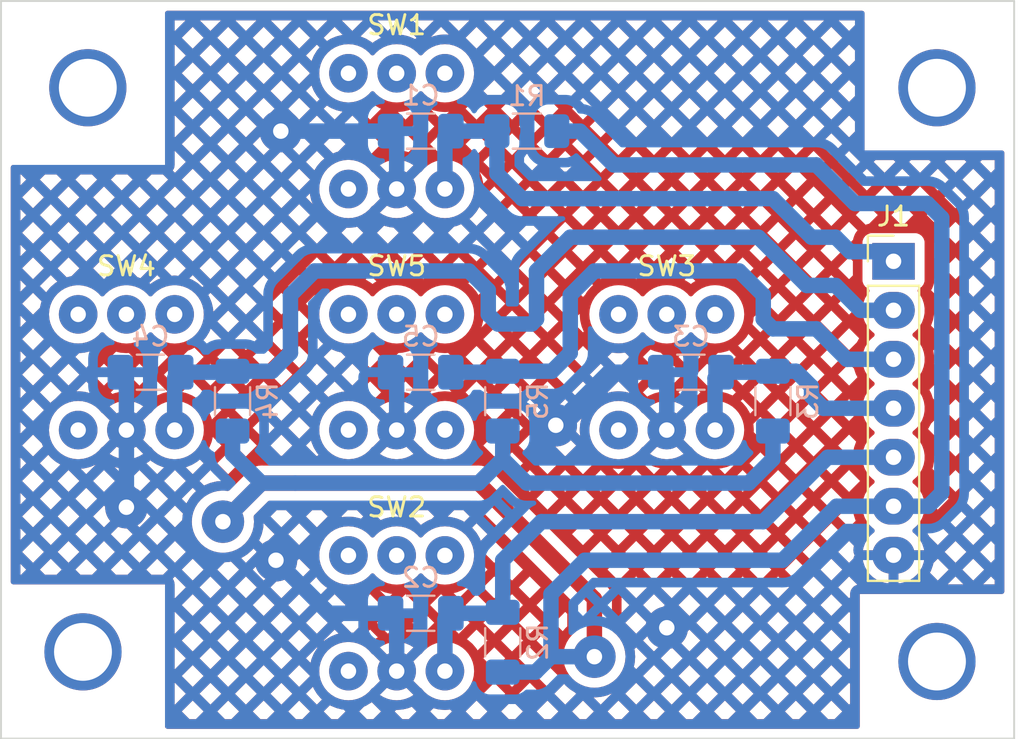
<source format=kicad_pcb>
(kicad_pcb (version 20211014) (generator pcbnew)
  (layers (0 "F.Cu" signal) (31 "B.Cu" signal) (34 "B.Paste" user) (35 "F.Paste" user) (36 "B.SilkS" user "B.Silkscreen") (37 "F.SilkS" user "F.Silkscreen") (38 "B.Mask" user) (39 "F.Mask" user) (44 "Edge.Cuts" user))
  (net 0 "")
  (net 1 "GND")
  (net 2 "Net-(C2-Pad1)")
  (net 3 "Net-(C3-Pad1)")
  (net 4 "Net-(C4-Pad1)")
  (net 5 "Net-(C5-Pad1)")
  (net 6 "+3V3")
  (net 27 "Net-(J1-Pad1)")
  (footprint "quaz_btn_part:BTN13" (layer "F.Cu") (at 159.004 90)
    (fp_text reference "SW2" (at 0 -5.5 unlocked) (layer "F.SilkS"))
    (fp_text value "DOWN")
    (pad "1" thru_hole circle (at -2.5 3) (size 2 2) (drill 0.8) (layers *.Cu *.Mask))
    (pad "2" thru_hole circle (at 2.5 3) (size 2 2) (drill 0.8) (layers *.Cu *.Mask) (net 2 "Net-(C2-Pad1)"))
    (pad "3" thru_hole circle (at 0 3) (size 2 2) (drill 0.8) (layers *.Cu *.Mask) (net 1 "GND"))
    (pad "4" thru_hole circle (at 2.5 -3) (size 2 2) (drill 0.8) (layers *.Cu *.Mask))
    (pad "5" thru_hole circle (at -2.5 -3) (size 2 2) (drill 0.8) (layers *.Cu *.Mask))
    (pad "6" thru_hole circle (at 0 -3) (size 2 2) (drill 0.8) (layers *.Cu *.Mask))
  )
  (footprint "quaz_btn_part:BTN13" (layer "F.Cu") (at 145 77.5)
    (fp_text reference "SW4" (at 0 -5.5 unlocked) (layer "F.SilkS"))
    (fp_text value "DEC")
    (pad "1" thru_hole circle (at -2.5 3) (size 2 2) (drill 0.8) (layers *.Cu *.Mask))
    (pad "2" thru_hole circle (at 2.5 3) (size 2 2) (drill 0.8) (layers *.Cu *.Mask) (net 4 "Net-(C4-Pad1)"))
    (pad "3" thru_hole circle (at 0 3) (size 2 2) (drill 0.8) (layers *.Cu *.Mask) (net 1 "GND"))
    (pad "4" thru_hole circle (at 2.5 -3) (size 2 2) (drill 0.8) (layers *.Cu *.Mask))
    (pad "5" thru_hole circle (at -2.5 -3) (size 2 2) (drill 0.8) (layers *.Cu *.Mask))
    (pad "6" thru_hole circle (at 0 -3) (size 2 2) (drill 0.8) (layers *.Cu *.Mask))
  )
  (footprint "quaz_btn_part:BTN13" (layer "F.Cu") (at 159.004 65)
    (fp_text reference "SW1" (at 0 -5.5 unlocked) (layer "F.SilkS"))
    (fp_text value "UP")
    (pad "1" thru_hole circle (at -2.5 3) (size 2 2) (drill 0.8) (layers *.Cu *.Mask))
    (pad "2" thru_hole circle (at 2.5 3) (size 2 2) (drill 0.8) (layers *.Cu *.Mask) (net 27 "Net-(J1-Pad1)"))
    (pad "3" thru_hole circle (at 0 3) (size 2 2) (drill 0.8) (layers *.Cu *.Mask) (net 1 "GND"))
    (pad "4" thru_hole circle (at 2.5 -3) (size 2 2) (drill 0.8) (layers *.Cu *.Mask))
    (pad "5" thru_hole circle (at -2.5 -3) (size 2 2) (drill 0.8) (layers *.Cu *.Mask))
    (pad "6" thru_hole circle (at 0 -3) (size 2 2) (drill 0.8) (layers *.Cu *.Mask))
  )
  (footprint "quaz_btn_part:BTN13" (layer "F.Cu") (at 173 77.5)
    (fp_text reference "SW3" (at 0 -5.5 unlocked) (layer "F.SilkS"))
    (fp_text value "INC")
    (pad "1" thru_hole circle (at -2.5 3) (size 2 2) (drill 0.8) (layers *.Cu *.Mask))
    (pad "2" thru_hole circle (at 2.5 3) (size 2 2) (drill 0.8) (layers *.Cu *.Mask) (net 3 "Net-(C3-Pad1)"))
    (pad "3" thru_hole circle (at 0 3) (size 2 2) (drill 0.8) (layers *.Cu *.Mask) (net 1 "GND"))
    (pad "4" thru_hole circle (at 2.5 -3) (size 2 2) (drill 0.8) (layers *.Cu *.Mask))
    (pad "5" thru_hole circle (at -2.5 -3) (size 2 2) (drill 0.8) (layers *.Cu *.Mask))
    (pad "6" thru_hole circle (at 0 -3) (size 2 2) (drill 0.8) (layers *.Cu *.Mask))
  )
  (footprint "Connector_PinHeader_2.54mm:PinHeader_1x07_P2.54mm_Vertical" (layer "F.Cu") (at 184.75 71.75)
    (fp_text reference "J1" (at 0 -2.33) (layer "F.SilkS"))
    (fp_text value "Conn_01x07_Male")
    (fp_line (start 1.33 1.27) (end 1.33 16.57) (layer "F.SilkS") (width 0.12))
    (fp_line (start -1.33 -1.33) (end 0 -1.33) (layer "F.SilkS") (width 0.12))
    (fp_line (start -1.33 0) (end -1.33 -1.33) (layer "F.SilkS") (width 0.12))
    (fp_line (start -1.33 1.27) (end 1.33 1.27) (layer "F.SilkS") (width 0.12))
    (fp_line (start -1.33 16.57) (end 1.33 16.57) (layer "F.SilkS") (width 0.12))
    (fp_line (start -1.33 1.27) (end -1.33 16.57) (layer "F.SilkS") (width 0.12))
    (pad "1" thru_hole rect (at 0 0) (size 2.2 1.9) (drill 0.8) (layers *.Cu *.Mask) (net 27 "Net-(J1-Pad1)"))
    (pad "2" thru_hole oval (at 0 2.54) (size 2.2 1.9) (drill 0.8) (layers *.Cu *.Mask) (net 4 "Net-(C4-Pad1)"))
    (pad "3" thru_hole oval (at 0 5.08) (size 2.2 1.9) (drill 0.8) (layers *.Cu *.Mask) (net 5 "Net-(C5-Pad1)"))
    (pad "4" thru_hole oval (at 0 7.62) (size 2.2 1.9) (drill 0.8) (layers *.Cu *.Mask) (net 3 "Net-(C3-Pad1)"))
    (pad "5" thru_hole oval (at 0 10.16) (size 2.2 1.9) (drill 0.8) (layers *.Cu *.Mask) (net 2 "Net-(C2-Pad1)"))
    (pad "6" thru_hole oval (at 0 12.7) (size 2.2 1.9) (drill 0.8) (layers *.Cu *.Mask) (net 6 "+3V3"))
    (pad "7" thru_hole oval (at 0 15.24) (size 2.2 1.9) (drill 0.8) (layers *.Cu *.Mask) (net 1 "GND"))
  )
  (footprint "quaz_btn_part:BTN13" (layer "F.Cu") (at 159.004 77.5)
    (fp_text reference "SW5" (at 0 -5.5 unlocked) (layer "F.SilkS"))
    (fp_text value "OK")
    (pad "1" thru_hole circle (at -2.5 3) (size 2 2) (drill 0.8) (layers *.Cu *.Mask))
    (pad "2" thru_hole circle (at 2.5 3) (size 2 2) (drill 0.8) (layers *.Cu *.Mask) (net 5 "Net-(C5-Pad1)"))
    (pad "3" thru_hole circle (at 0 3) (size 2 2) (drill 0.8) (layers *.Cu *.Mask) (net 1 "GND"))
    (pad "4" thru_hole circle (at 2.5 -3) (size 2 2) (drill 0.8) (layers *.Cu *.Mask))
    (pad "5" thru_hole circle (at -2.5 -3) (size 2 2) (drill 0.8) (layers *.Cu *.Mask))
    (pad "6" thru_hole circle (at 0 -3) (size 2 2) (drill 0.8) (layers *.Cu *.Mask))
  )
  (footprint "Capacitor_SMD:C_1206_3216Metric_Pad1.33x1.80mm_HandSolder" (layer "B.Cu") (at 174.25 77.5 180)
    (fp_text reference "C3" (at 0 1.85) (layer "B.SilkS") (effects (justify mirror)))
    (fp_text value "0.1")
    (fp_line (start -0.711252 0.91) (end 0.711252 0.91) (layer "B.SilkS") (width 0.12))
    (fp_line (start -0.711252 -0.91) (end 0.711252 -0.91) (layer "B.SilkS") (width 0.12))
    (pad "1" smd roundrect (at -1.5625 0 180) (size 1.325 1.8) (layers "B.Cu" "B.Paste" "B.Mask") (roundrect_rratio 0.1886792453) (net 3 "Net-(C3-Pad1)"))
    (pad "2" smd roundrect (at 1.5625 0 180) (size 1.325 1.8) (layers "B.Cu" "B.Paste" "B.Mask") (roundrect_rratio 0.1886792453) (net 1 "GND"))
  )
  (footprint "Resistor_SMD:R_1206_3216Metric_Pad1.30x1.75mm_HandSolder" (layer "B.Cu") (at 178.5 79 90)
    (fp_text reference "R3" (at 0 1.82 90) (layer "B.SilkS") (effects (justify mirror)))
    (fp_text value "15K")
    (fp_line (start -0.727064 -0.91) (end 0.727064 -0.91) (layer "B.SilkS") (width 0.12))
    (fp_line (start -0.727064 0.91) (end 0.727064 0.91) (layer "B.SilkS") (width 0.12))
    (pad "1" smd roundrect (at -1.55 0 90) (size 1.3 1.75) (layers "B.Cu" "B.Paste" "B.Mask") (roundrect_rratio 0.1923076923) (net 6 "+3V3"))
    (pad "2" smd roundrect (at 1.55 0 90) (size 1.3 1.75) (layers "B.Cu" "B.Paste" "B.Mask") (roundrect_rratio 0.1923076923) (net 3 "Net-(C3-Pad1)"))
  )
  (footprint "Resistor_SMD:R_1206_3216Metric_Pad1.30x1.75mm_HandSolder" (layer "B.Cu") (at 165.75 65 180)
    (fp_text reference "R1" (at 0 1.82) (layer "B.SilkS") (effects (justify mirror)))
    (fp_text value "15K")
    (fp_line (start -0.727064 -0.91) (end 0.727064 -0.91) (layer "B.SilkS") (width 0.12))
    (fp_line (start -0.727064 0.91) (end 0.727064 0.91) (layer "B.SilkS") (width 0.12))
    (pad "1" smd roundrect (at -1.55 0 180) (size 1.3 1.75) (layers "B.Cu" "B.Paste" "B.Mask") (roundrect_rratio 0.1923076923) (net 6 "+3V3"))
    (pad "2" smd roundrect (at 1.55 0 180) (size 1.3 1.75) (layers "B.Cu" "B.Paste" "B.Mask") (roundrect_rratio 0.1923076923) (net 27 "Net-(J1-Pad1)"))
  )
  (footprint "Resistor_SMD:R_1206_3216Metric_Pad1.30x1.75mm_HandSolder" (layer "B.Cu") (at 150.5 79 90)
    (fp_text reference "R4" (at 0 1.82 90) (layer "B.SilkS") (effects (justify mirror)))
    (fp_text value "15K")
    (fp_line (start -0.727064 0.91) (end 0.727064 0.91) (layer "B.SilkS") (width 0.12))
    (fp_line (start -0.727064 -0.91) (end 0.727064 -0.91) (layer "B.SilkS") (width 0.12))
    (pad "1" smd roundrect (at -1.55 0 90) (size 1.3 1.75) (layers "B.Cu" "B.Paste" "B.Mask") (roundrect_rratio 0.1923076923) (net 6 "+3V3"))
    (pad "2" smd roundrect (at 1.55 0 90) (size 1.3 1.75) (layers "B.Cu" "B.Paste" "B.Mask") (roundrect_rratio 0.1923076923) (net 4 "Net-(C4-Pad1)"))
  )
  (footprint "Capacitor_SMD:C_1206_3216Metric_Pad1.33x1.80mm_HandSolder" (layer "B.Cu") (at 160.25 77.5 180)
    (fp_text reference "C5" (at 0 1.85) (layer "B.SilkS") (effects (justify mirror)))
    (fp_text value "0.1")
    (fp_line (start -0.711252 -0.91) (end 0.711252 -0.91) (layer "B.SilkS") (width 0.12))
    (fp_line (start -0.711252 0.91) (end 0.711252 0.91) (layer "B.SilkS") (width 0.12))
    (pad "1" smd roundrect (at -1.5625 0 180) (size 1.325 1.8) (layers "B.Cu" "B.Paste" "B.Mask") (roundrect_rratio 0.1886792453) (net 5 "Net-(C5-Pad1)"))
    (pad "2" smd roundrect (at 1.5625 0 180) (size 1.325 1.8) (layers "B.Cu" "B.Paste" "B.Mask") (roundrect_rratio 0.1886792453) (net 1 "GND"))
  )
  (footprint "Resistor_SMD:R_1206_3216Metric_Pad1.30x1.75mm_HandSolder" (layer "B.Cu") (at 164.5 79 90)
    (fp_text reference "R5" (at 0 1.82 90) (layer "B.SilkS") (effects (justify mirror)))
    (fp_text value "15K")
    (fp_line (start -0.727064 0.91) (end 0.727064 0.91) (layer "B.SilkS") (width 0.12))
    (fp_line (start -0.727064 -0.91) (end 0.727064 -0.91) (layer "B.SilkS") (width 0.12))
    (pad "1" smd roundrect (at -1.55 0 90) (size 1.3 1.75) (layers "B.Cu" "B.Paste" "B.Mask") (roundrect_rratio 0.1923076923) (net 6 "+3V3"))
    (pad "2" smd roundrect (at 1.55 0 90) (size 1.3 1.75) (layers "B.Cu" "B.Paste" "B.Mask") (roundrect_rratio 0.1923076923) (net 5 "Net-(C5-Pad1)"))
  )
  (footprint "Resistor_SMD:R_1206_3216Metric_Pad1.30x1.75mm_HandSolder" (layer "B.Cu") (at 164.5 91.5 90)
    (fp_text reference "R2" (at 0 1.82 90) (layer "B.SilkS") (effects (justify mirror)))
    (fp_text value "15K")
    (fp_line (start -0.727064 -0.91) (end 0.727064 -0.91) (layer "B.SilkS") (width 0.12))
    (fp_line (start -0.727064 0.91) (end 0.727064 0.91) (layer "B.SilkS") (width 0.12))
    (pad "1" smd roundrect (at -1.55 0 90) (size 1.3 1.75) (layers "B.Cu" "B.Paste" "B.Mask") (roundrect_rratio 0.1923076923) (net 6 "+3V3"))
    (pad "2" smd roundrect (at 1.55 0 90) (size 1.3 1.75) (layers "B.Cu" "B.Paste" "B.Mask") (roundrect_rratio 0.1923076923) (net 2 "Net-(C2-Pad1)"))
  )
  (footprint "Capacitor_SMD:C_1206_3216Metric_Pad1.33x1.80mm_HandSolder" (layer "B.Cu") (at 160.25 90 180)
    (fp_text reference "C2" (at 0 1.85) (layer "B.SilkS") (effects (justify mirror)))
    (fp_text value "0.1")
    (fp_line (start -0.711252 -0.91) (end 0.711252 -0.91) (layer "B.SilkS") (width 0.12))
    (fp_line (start -0.711252 0.91) (end 0.711252 0.91) (layer "B.SilkS") (width 0.12))
    (pad "1" smd roundrect (at -1.5625 0 180) (size 1.325 1.8) (layers "B.Cu" "B.Paste" "B.Mask") (roundrect_rratio 0.1886792453) (net 2 "Net-(C2-Pad1)"))
    (pad "2" smd roundrect (at 1.5625 0 180) (size 1.325 1.8) (layers "B.Cu" "B.Paste" "B.Mask") (roundrect_rratio 0.1886792453) (net 1 "GND"))
  )
  (footprint "Capacitor_SMD:C_1206_3216Metric_Pad1.33x1.80mm_HandSolder" (layer "B.Cu") (at 146.25 77.5 180)
    (fp_text reference "C4" (at 0 1.85) (layer "B.SilkS") (effects (justify mirror)))
    (fp_text value "0.1")
    (fp_line (start -0.711252 -0.91) (end 0.711252 -0.91) (layer "B.SilkS") (width 0.12))
    (fp_line (start -0.711252 0.91) (end 0.711252 0.91) (layer "B.SilkS") (width 0.12))
    (pad "1" smd roundrect (at -1.5625 0 180) (size 1.325 1.8) (layers "B.Cu" "B.Paste" "B.Mask") (roundrect_rratio 0.1886792453) (net 4 "Net-(C4-Pad1)"))
    (pad "2" smd roundrect (at 1.5625 0 180) (size 1.325 1.8) (layers "B.Cu" "B.Paste" "B.Mask") (roundrect_rratio 0.1886792453) (net 1 "GND"))
  )
  (footprint "Capacitor_SMD:C_1206_3216Metric_Pad1.33x1.80mm_HandSolder" (layer "B.Cu") (at 160.25 65 180)
    (fp_text reference "C1" (at 0 1.85) (layer "B.SilkS") (effects (justify mirror)))
    (fp_text value "0.1")
    (fp_line (start -0.711252 -0.91) (end 0.711252 -0.91) (layer "B.SilkS") (width 0.12))
    (fp_line (start -0.711252 0.91) (end 0.711252 0.91) (layer "B.SilkS") (width 0.12))
    (pad "1" smd roundrect (at -1.5625 0 180) (size 1.325 1.8) (layers "B.Cu" "B.Paste" "B.Mask") (roundrect_rratio 0.1886792453) (net 27 "Net-(J1-Pad1)"))
    (pad "2" smd roundrect (at 1.5625 0 180) (size 1.325 1.8) (layers "B.Cu" "B.Paste" "B.Mask") (roundrect_rratio 0.1886792453) (net 1 "GND"))
  )
  (gr_rect (start 138.5 58.25) (end 191 96.5) (layer "Edge.Cuts") (width 0.1) (fill none))
  (via (at 187 62.75) (size 4) (drill 3) (layers "F.Cu" "B.Cu") (net 0))
  (via (at 143 62.75) (size 4) (drill 3) (layers "F.Cu" "B.Cu") (net 0))
  (via (at 142.75 92) (size 4) (drill 3) (layers "F.Cu" "B.Cu") (net 0))
  (via (at 187 92.5) (size 4) (drill 3) (layers "F.Cu" "B.Cu") (net 0))
  (via (at 173 90.75) (size 2.2) (drill 0.8) (layers "F.Cu" "B.Cu") (net 1))
  (via (at 145 84.5) (size 2.2) (drill 0.8) (layers "F.Cu" "B.Cu") (net 1))
  (via (at 152.75 87.25) (size 2.2) (drill 0.8) (layers "F.Cu" "B.Cu") (net 1))
  (via (at 167.25 80.25) (size 2.2) (drill 0.8) (layers "F.Cu" "B.Cu") (net 1))
  (via (at 153 65) (size 2.2) (drill 0.8) (layers "F.Cu" "B.Cu") (net 1))
  (segment (start 159.004 68) (end 159.004 65.3165) (width 0.8) (layer "B.Cu") (net 1))
  (segment (start 173 80.5) (end 173 77.8125) (width 0.8) (layer "B.Cu") (net 1))
  (segment (start 159.004 77.8165) (end 158.6875 77.5) (width 0.8) (layer "B.Cu") (net 1))
  (segment (start 158.6875 90) (end 155.5 90) (width 0.8) (layer "B.Cu") (net 1))
  (segment (start 145 80.5) (end 145 77.8125) (width 0.8) (layer "B.Cu") (net 1))
  (segment (start 159.004 93) (end 159.004 90.3165) (width 0.8) (layer "B.Cu") (net 1))
  (segment (start 158.6875 65) (end 153 65) (width 0.8) (layer "B.Cu") (net 1))
  (segment (start 159.004 80.5) (end 159.004 77.8165) (width 0.8) (layer "B.Cu") (net 1))
  (segment (start 170 77.5) (end 167.25 80.25) (width 0.8) (layer "B.Cu") (net 1))
  (segment (start 159.004 65.3165) (end 158.6875 65) (width 0.8) (layer "B.Cu") (net 1))
  (segment (start 159.004 90.3165) (end 158.6875 90) (width 0.8) (layer "B.Cu") (net 1))
  (segment (start 145 80.5) (end 145 84.5) (width 0.8) (layer "B.Cu") (net 1))
  (segment (start 173 77.8125) (end 172.6875 77.5) (width 0.8) (layer "B.Cu") (net 1))
  (segment (start 145 77.8125) (end 144.6875 77.5) (width 0.8) (layer "B.Cu") (net 1))
  (segment (start 155.5 90) (end 152.75 87.25) (width 0.8) (layer "B.Cu") (net 1))
  (segment (start 172.6875 77.5) (end 170 77.5) (width 0.8) (layer "B.Cu") (net 1))
  (segment (start 166.5 85.25) (end 164.5 87.25) (width 0.8) (layer "B.Cu") (net 2))
  (segment (start 161.504 90.3085) (end 161.8125 90) (width 0.8) (layer "B.Cu") (net 2))
  (segment (start 161.8125 90) (end 164.45 90) (width 0.8) (layer "B.Cu") (net 2))
  (segment (start 181.34 81.91) (end 178 85.25) (width 0.8) (layer "B.Cu") (net 2))
  (segment (start 161.504 93) (end 161.504 90.3085) (width 0.8) (layer "B.Cu") (net 2))
  (segment (start 178 85.25) (end 166.5 85.25) (width 0.8) (layer "B.Cu") (net 2))
  (segment (start 184.75 81.91) (end 181.34 81.91) (width 0.8) (layer "B.Cu") (net 2))
  (segment (start 164.45 90) (end 164.5 89.95) (width 0.8) (layer "B.Cu") (net 2))
  (segment (start 164.5 87.25) (end 164.5 89.95) (width 0.8) (layer "B.Cu") (net 2))
  (segment (start 179.7 77.45) (end 178.5 77.45) (width 0.8) (layer "B.Cu") (net 3))
  (segment (start 184.75 79.37) (end 181.12 79.37) (width 0.8) (layer "B.Cu") (net 3))
  (segment (start 175.5 77.8125) (end 175.8125 77.5) (width 0.8) (layer "B.Cu") (net 3))
  (segment (start 178.45 77.5) (end 178.5 77.45) (width 0.8) (layer "B.Cu") (net 3))
  (segment (start 175.5 80.5) (end 175.5 77.8125) (width 0.8) (layer "B.Cu") (net 3))
  (segment (start 175.8125 77.5) (end 178.45 77.5) (width 0.8) (layer "B.Cu") (net 3))
  (segment (start 180.5 78.75) (end 180.5 78.25) (width 0.8) (layer "B.Cu") (net 3))
  (segment (start 181.12 79.37) (end 180.5 78.75) (width 0.8) (layer "B.Cu") (net 3))
  (segment (start 180.5 78.25) (end 179.7 77.45) (width 0.8) (layer "B.Cu") (net 3))
  (segment (start 162.75 72.25) (end 154.75 72.25) (width 0.8) (layer "B.Cu") (net 4))
  (segment (start 177.75 70.5) (end 168 70.5) (width 0.8) (layer "B.Cu") (net 4))
  (segment (start 147.5 80.5) (end 147.5 77.8125) (width 0.8) (layer "B.Cu") (net 4))
  (segment (start 163.75 74.5) (end 163.75 73.25) (width 0.8) (layer "B.Cu") (net 4))
  (segment (start 147.8125 77.5) (end 150.45 77.5) (width 0.8) (layer "B.Cu") (net 4))
  (segment (start 153.5 76.5) (end 152.55 77.45) (width 0.8) (layer "B.Cu") (net 4))
  (segment (start 180.25 73) (end 177.75 70.5) (width 0.8) (layer "B.Cu") (net 4))
  (segment (start 163.75 73.25) (end 162.75 72.25) (width 0.8) (layer "B.Cu") (net 4))
  (segment (start 164.25 75) (end 163.75 74.5) (width 0.8) (layer "B.Cu") (net 4))
  (segment (start 168 70.5) (end 166.25 72.25) (width 0.8) (layer "B.Cu") (net 4))
  (segment (start 166.25 74.75) (end 166 75) (width 0.8) (layer "B.Cu") (net 4))
  (segment (start 166 75) (end 164.25 75) (width 0.8) (layer "B.Cu") (net 4))
  (segment (start 184.75 74.29) (end 183.04 74.29) (width 0.8) (layer "B.Cu") (net 4))
  (segment (start 150.45 77.5) (end 150.5 77.45) (width 0.8) (layer "B.Cu") (net 4))
  (segment (start 147.5 77.8125) (end 147.8125 77.5) (width 0.8) (layer "B.Cu") (net 4))
  (segment (start 152.55 77.45) (end 150.5 77.45) (width 0.8) (layer "B.Cu") (net 4))
  (segment (start 153.5 73.5) (end 153.5 76.5) (width 0.8) (layer "B.Cu") (net 4))
  (segment (start 154.75 72.25) (end 153.5 73.5) (width 0.8) (layer "B.Cu") (net 4))
  (segment (start 181.75 73) (end 180.25 73) (width 0.8) (layer "B.Cu") (net 4))
  (segment (start 183.04 74.29) (end 181.75 73) (width 0.8) (layer "B.Cu") (net 4))
  (segment (start 166.25 72.25) (end 166.25 74.75) (width 0.8) (layer "B.Cu") (net 4))
  (segment (start 180.75 75.25) (end 178.5 75.25) (width 0.8) (layer "B.Cu") (net 5))
  (segment (start 178 74.75) (end 178 73.5) (width 0.8) (layer "B.Cu") (net 5))
  (segment (start 167.05 77.45) (end 164.5 77.45) (width 0.8) (layer "B.Cu") (net 5))
  (segment (start 184.75 76.83) (end 182.33 76.83) (width 0.8) (layer "B.Cu") (net 5))
  (segment (start 168 76.5) (end 167.05 77.45) (width 0.8) (layer "B.Cu") (net 5))
  (segment (start 164.45 77.5) (end 164.5 77.45) (width 0.8) (layer "B.Cu") (net 5))
  (segment (start 182.33 76.83) (end 180.75 75.25) (width 0.8) (layer "B.Cu") (net 5))
  (segment (start 168 73.5) (end 168 76.5) (width 0.8) (layer "B.Cu") (net 5))
  (segment (start 169.25 72.25) (end 168 73.5) (width 0.8) (layer "B.Cu") (net 5))
  (segment (start 178 73.5) (end 176.75 72.25) (width 0.8) (layer "B.Cu") (net 5))
  (segment (start 176.75 72.25) (end 169.25 72.25) (width 0.8) (layer "B.Cu") (net 5))
  (segment (start 178.5 75.25) (end 178 74.75) (width 0.8) (layer "B.Cu") (net 5))
  (segment (start 161.8125 77.5) (end 164.45 77.5) (width 0.8) (layer "B.Cu") (net 5))
  (segment (start 152 83.25) (end 150 85.25) (width 0.8) (layer "F.Cu") (net 6))
  (segment (start 163.25 83.25) (end 152 83.25) (width 0.8) (layer "F.Cu") (net 6))
  (segment (start 169.25 92.25) (end 169.25 89.25) (width 0.8) (layer "F.Cu") (net 6))
  (segment (start 169.25 89.25) (end 163.25 83.25) (width 0.8) (layer "F.Cu") (net 6))
  (via (at 169.25 92.25) (size 2.2) (drill 0.8) (layers "F.Cu" "B.Cu") (net 6))
  (via (at 150 85.25) (size 2.2) (drill 0.8) (layers "F.Cu" "B.Cu") (net 6))
  (segment (start 166.2 93.05) (end 164.5 93.05) (width 0.8) (layer "B.Cu") (net 6))
  (segment (start 180.75 66.75) (end 170.25 66.75) (width 0.8) (layer "B.Cu") (net 6))
  (segment (start 165.75 83.25) (end 164.5 82) (width 0.8) (layer "B.Cu") (net 6))
  (segment (start 167 92.25) (end 166.2 93.05) (width 0.8) (layer "B.Cu") (net 6))
  (segment (start 163.25 83.25) (end 164.5 82) (width 0.8) (layer "B.Cu") (net 6))
  (segment (start 187.25 83.75) (end 187.25 69.5) (width 0.8) (layer "B.Cu") (net 6))
  (segment (start 153.75 83.25) (end 163.25 83.25) (width 0.8) (layer "B.Cu") (net 6))
  (segment (start 170.25 66.75) (end 168.5 65) (width 0.8) (layer "B.Cu") (net 6))
  (segment (start 186.5 68.75) (end 182.75 68.75) (width 0.8) (layer "B.Cu") (net 6))
  (segment (start 184.75 84.45) (end 181.8 84.45) (width 0.8) (layer "B.Cu") (net 6))
  (segment (start 168.5 65) (end 167.3 65) (width 0.8) (layer "B.Cu") (net 6))
  (segment (start 150.5 81.75) (end 152 83.25) (width 0.8) (layer "B.Cu") (net 6))
  (segment (start 167 92.25) (end 169.25 92.25) (width 0.8) (layer "B.Cu") (net 6))
  (segment (start 182.75 68.75) (end 180.75 66.75) (width 0.8) (layer "B.Cu") (net 6))
  (segment (start 152 83.25) (end 153.75 83.25) (width 0.8) (layer "B.Cu") (net 6))
  (segment (start 150.5 80.55) (end 150.5 81.75) (width 0.8) (layer "B.Cu") (net 6))
  (segment (start 177.25 83.25) (end 165.75 83.25) (width 0.8) (layer "B.Cu") (net 6))
  (segment (start 178.5 80.55) (end 178.5 82) (width 0.8) (layer "B.Cu") (net 6))
  (segment (start 167 89) (end 167 92.25) (width 0.8) (layer "B.Cu") (net 6))
  (segment (start 186.55 84.45) (end 187.25 83.75) (width 0.8) (layer "B.Cu") (net 6))
  (segment (start 184.75 84.45) (end 186.55 84.45) (width 0.8) (layer "B.Cu") (net 6))
  (segment (start 179 87.25) (end 168.75 87.25) (width 0.8) (layer "B.Cu") (net 6))
  (segment (start 187.25 69.5) (end 186.5 68.75) (width 0.8) (layer "B.Cu") (net 6))
  (segment (start 181.8 84.45) (end 179 87.25) (width 0.8) (layer "B.Cu") (net 6))
  (segment (start 150 85.25) (end 152 83.25) (width 0.8) (layer "B.Cu") (net 6))
  (segment (start 164.5 93.05) (end 164.5 93.25) (width 0.8) (layer "B.Cu") (net 6))
  (segment (start 164.5 82) (end 164.5 80.55) (width 0.8) (layer "B.Cu") (net 6))
  (segment (start 178.5 82) (end 177.25 83.25) (width 0.8) (layer "B.Cu") (net 6))
  (segment (start 168.75 87.25) (end 167 89) (width 0.8) (layer "B.Cu") (net 6))
  (segment (start 181.75 70.5) (end 180.5 70.5) (width 0.8) (layer "B.Cu") (net 27))
  (segment (start 161.504 65.3085) (end 161.8125 65) (width 0.8) (layer "B.Cu") (net 27))
  (segment (start 182.5 71.25) (end 181.75 70.5) (width 0.8) (layer "B.Cu") (net 27))
  (segment (start 161.8125 65) (end 164.2 65) (width 0.8) (layer "B.Cu") (net 27))
  (segment (start 184.25 71.25) (end 182.5 71.25) (width 0.8) (layer "B.Cu") (net 27))
  (segment (start 165.5 68.5) (end 164.2 67.2) (width 0.8) (layer "B.Cu") (net 27))
  (segment (start 164.45 65) (end 164.5 64.95) (width 0.8) (layer "B.Cu") (net 27))
  (segment (start 184.75 71.75) (end 184.25 71.25) (width 0.8) (layer "B.Cu") (net 27))
  (segment (start 161.504 68) (end 161.504 65.3085) (width 0.8) (layer "B.Cu") (net 27))
  (segment (start 180.5 70.5) (end 178.5 68.5) (width 0.8) (layer "B.Cu") (net 27))
  (segment (start 178.5 68.5) (end 165.5 68.5) (width 0.8) (layer "B.Cu") (net 27))
  (segment (start 164.2 67.2) (end 164.2 65) (width 0.8) (layer "B.Cu") (net 27))
  (zone (net 0) (net_name "") (layers F&B.Cu) (connect_pads (clearance 0)) (min_thickness 0.254)
    (keepout (tracks allowed) (vias allowed) (pads allowed) (copperpour not_allowed) (footprints allowed))
    (fill (thermal_gap 0.508) (thermal_bridge_width 0.508))
    (polygon (pts (xy 190.75 96.25) (xy 183 96.25) (xy 183 89) (xy 190.75 89)))
  )
  (zone (net 0) (net_name "") (layers F&B.Cu) (connect_pads (clearance 0)) (min_thickness 0.254)
    (keepout (tracks allowed) (vias allowed) (pads allowed) (copperpour not_allowed) (footprints allowed))
    (fill (thermal_gap 0.508) (thermal_bridge_width 0.508))
    (polygon (pts (xy 147 96.25) (xy 138.75 96.25) (xy 138.75 88.5) (xy 147 88.5)))
  )
  (zone (net 0) (net_name "") (layers F&B.Cu) (connect_pads (clearance 0)) (min_thickness 0.254)
    (keepout (tracks allowed) (vias allowed) (pads allowed) (copperpour not_allowed) (footprints allowed))
    (fill (thermal_gap 0.508) (thermal_bridge_width 0.508))
    (polygon (pts (xy 147 66.75) (xy 138.75 66.75) (xy 138.75 58.5) (xy 147 58.5)))
  )
  (zone (net 1) (net_name "GND") (layers F&B.Cu) (connect_pads (clearance 0.508)) (min_thickness 0.254) (fill yes (mode hatch) (thermal_gap 0.508) (thermal_bridge_width 0.508) (hatch_thickness 0.5) (hatch_gap 0.8) (hatch_orientation 45) (hatch_border_algorithm hatch_thickness) (hatch_min_hole_area 0.3))
    (polygon (pts (xy 190.75 96.25) (xy 138.75 96.25) (xy 138.75 58.5) (xy 190.75 58.5)))
  )
  (zone (net 0) (net_name "") (layers F&B.Cu) (connect_pads (clearance 0)) (min_thickness 0.254)
    (keepout (tracks allowed) (vias allowed) (pads allowed) (copperpour not_allowed) (footprints allowed))
    (fill (thermal_gap 0.508) (thermal_bridge_width 0.508))
    (polygon (pts (xy 190.75 66) (xy 183.25 66) (xy 183.25 58.5) (xy 190.75 58.5)))
  )
)
</source>
